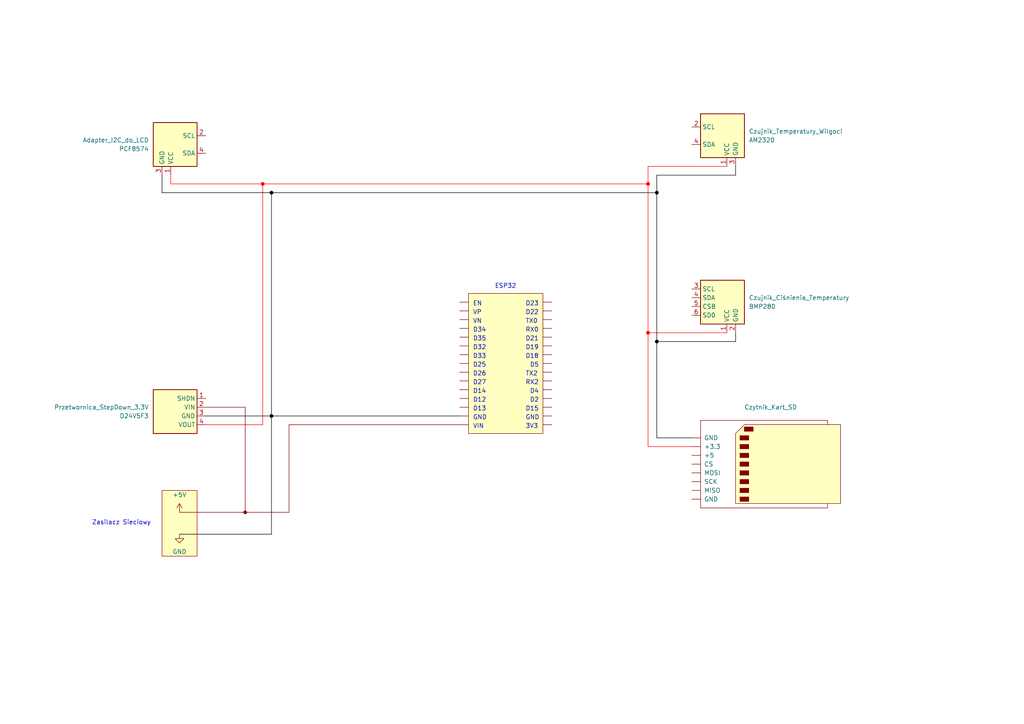
<source format=kicad_sch>
(kicad_sch (version 20230121) (generator eeschema)
  (paper "A4")
  (lib_symbols
    (symbol "BMP280_1"
      (property "Reference" "Czujnik_Temperatury_Wilgoci" (at 6.35 2.54 0))
      (property "Value" "AM2320" (at 6.35 0 0))
      (symbol "BMP280_1_0_1"
        (rectangle (start -7.62 7.62) (end 5.08 -5.08) (stroke (width 0.254)) (fill (type background)))
      )
      (symbol "BMP280_1_1_1"
        (pin power_in line (at 0 -7.62 90) (length 2.54) (name "VCC") (number "1"))
        (pin input line (at -10.16 3.81 0) (length 2.54) (name "SCL") (number "2"))
        (pin power_in line (at 2.54 -7.62 90) (length 2.54) (name "GND") (number "3"))
        (pin bidirectional line (at -10.16 -1.27 0) (length 2.54) (name "SDA") (number "4"))
      )
    )
    (symbol "BMP280_2"
      (property "Value" "D24V5F3" (at 6.35 1.27 0))
      (symbol "BMP280_2_0_1"
        (rectangle (start -7.62 7.62) (end 5.08 -5.08) (stroke (width 0.254)) (fill (type background)))
      )
      (symbol "BMP280_2_1_1"
        (pin input line (at -10.16 5.08 0) (length 2.54) (name "SHDN") (number "1"))
        (pin power_in line (at -10.16 2.54 0) (length 2.54) (name "VIN") (number "2"))
        (pin power_in line (at -10.16 0 0) (length 2.54) (name "GND") (number "3"))
        (pin power_out line (at -10.16 -2.54 0) (length 2.54) (name "VOUT") (number "4"))
      )
    )
    (symbol "BMP280_3"
      (property "Reference" "Adapter_I2C_LCD" (at 6.35 2.54 0))
      (property "Value" "PCF8574" (at 6.35 0 0))
      (symbol "BMP280_3_0_1"
        (rectangle (start -7.62 7.62) (end 5.08 -5.08) (stroke (width 0.254)) (fill (type background)))
      )
      (symbol "BMP280_3_1_1"
        (pin power_in line (at 0 -7.62 90) (length 2.54) (name "VCC") (number "1"))
        (pin input line (at -10.16 3.81 0) (length 2.54) (name "SCL") (number "2"))
        (pin power_in line (at 2.54 -7.62 90) (length 2.54) (name "GND") (number "3"))
        (pin bidirectional line (at -10.16 -1.27 0) (length 2.54) (name "SDA") (number "4"))
      )
    )
    (symbol "Connector:SD_Card" (pin_numbers hide) (pin_names (offset 1.016))
      (property "Reference" "SD_Card_Reader" (at 0 16.51 0))
      (symbol "SD_Card_0_1"
        (rectangle (start -8.89 -9.525) (end -6.35 -10.795) (fill (type outline)))
        (rectangle (start -8.89 -6.985) (end -6.35 -8.255) (fill (type outline)))
        (rectangle (start -8.89 -4.445) (end -6.35 -5.715) (fill (type outline)))
        (rectangle (start -8.89 -1.905) (end -6.35 -3.175) (fill (type outline)))
        (rectangle (start -8.89 0.635) (end -6.35 -0.635) (fill (type outline)))
        (rectangle (start -8.89 3.175) (end -6.35 1.905) (fill (type outline)))
        (rectangle (start -8.89 5.715) (end -6.35 4.445) (fill (type outline)))
        (rectangle (start -8.89 8.255) (end -6.35 6.985) (fill (type outline)))
        (rectangle (start -7.62 10.795) (end -5.08 9.525) (fill (type outline)))
        (polyline (pts (xy -10.16 8.89) (xy -7.62 11.43) (xy 20.32 11.43) (xy 20.32 -11.43) (xy -10.16 -11.43) (xy -10.16 8.89)) (fill (type background)))
        (polyline (pts (xy 16.51 11.43) (xy 16.51 12.7) (xy -20.32 12.7) (xy -20.32 -12.7) (xy 16.51 -12.7) (xy 16.51 -11.43)))
      )
      (symbol "SD_Card_1_1"
        (pin power_in line (at -22.86 7.62 0) (length 2.54) (name "GND") (number "1"))
        (pin power_in line (at -22.86 5.08 0) (length 2.54) (name "+3.3") (number "2"))
        (pin power_in line (at -22.86 2.54 0) (length 2.54) (name "+5") (number "3"))
        (pin input line (at -22.86 0 0) (length 2.54) (name "CS") (number "4"))
        (pin input line (at -22.86 -2.54 0) (length 2.54) (name "MOSI") (number "5"))
        (pin input line (at -22.86 -5.08 0) (length 2.54) (name "SCK") (number "6"))
        (pin input line (at -22.86 -7.62 0) (length 2.54) (name "MISO") (number "7"))
        (pin power_in line (at -22.86 -10.16 0) (length 2.54) (name "GND") (number "8"))
      )
    )
    (symbol "Sensor_Pressure:BMP280"
      (property "Reference" "Czujnik_Ciśnienia_Temperatury" (at 6.35 2.54 0))
      (property "Value" "BMP280" (at 6.35 0 0))
      (symbol "BMP280_0_1"
        (rectangle (start -7.62 7.62) (end 5.08 -5.08) (stroke (width 0.254)) (fill (type background)))
      )
      (symbol "BMP280_1_1"
        (pin power_in line (at 0 -7.62 90) (length 2.54) (name "VCC") (number "1"))
        (pin power_in line (at 2.54 -7.62 90) (length 2.54) (name "GND") (number "2"))
        (pin input line (at -10.16 5.08 0) (length 2.54) (name "SCL") (number "3"))
        (pin bidirectional line (at -10.16 2.54 0) (length 2.54) (name "SDA") (number "4"))
        (pin bidirectional line (at -10.16 0 0) (length 2.54) (name "CSB") (number "5"))
        (pin input line (at -10.16 -2.54 0) (length 2.54) (name "SD0") (number "6"))
      )
    )
    (symbol "power:+5V" (power) (pin_names (offset 0))
      (property "Value" "+5V" (at 0 3.556 0))
      (symbol "+5V_0_1"
        (polyline (pts (xy -0.762 1.27) (xy 0 2.54)))
        (polyline (pts (xy 0 0) (xy 0 2.54)))
        (polyline (pts (xy 0 2.54) (xy 0.762 1.27)))
      )
      (symbol "+5V_1_1"
        (pin power_in line (at 0 0 90) (length 0) hide (name "+5V") (number "1"))
      )
    )
    (symbol "power:GND" (power) (pin_names (offset 0))
      (property "Value" "GND" (at 0 -3.81 0))
      (symbol "GND_0_1"
        (polyline (pts (xy 0 0) (xy 0 -1.27) (xy 1.27 -1.27) (xy 0 -2.54) (xy -1.27 -1.27) (xy 0 -1.27)))
      )
      (symbol "GND_1_1"
        (pin power_in line (at 0 0 270) (length 0) hide (name "GND") (number "1"))
      )
    )
  )
  (junction (at 78.74 55.88) (color 0 0 0 1))
  (junction (at 190.5 55.88) (color 0 0 0 1))
  (junction (at 71.12 148.59) (color 132 0 0 1))
  (junction (at 76.2 53.34) (color 255 0 0 1))
  (junction (at 187.96 96.52) (color 255 0 0 1))
  (junction (at 78.74 120.65) (color 0 0 0 1))
  (junction (at 187.96 53.34) (color 255 0 0 1))
  (junction (at 190.5 99.06) (color 0 0 0 1))
  (wire (pts (xy 190.5 99.06) (xy 213.36 99.06)) (stroke (width 0) (color 0 0 0 1)))
  (wire (pts (xy 135.89 118.11) (xy 133.35 118.11)) (stroke (width 0) (color 132 0 0 1)))
  (wire (pts (xy 71.12 118.11) (xy 59.69 118.11)) (stroke (width 0) (color 132 0 0 1)))
  (wire (pts (xy 160.02 118.11) (xy 157.48 118.11)) (stroke (width 0) (color 132 0 0 1)))
  (wire (pts (xy 213.36 99.06) (xy 213.36 96.52)) (stroke (width 0) (color 0 0 0 1)))
  (wire (pts (xy 83.82 123.19) (xy 135.89 123.19)) (stroke (width 0) (color 132 0 0 1)))
  (wire (pts (xy 160.02 123.19) (xy 157.48 123.19)) (stroke (width 0) (color 132 0 0 1)))
  (wire (pts (xy 187.96 53.34) (xy 187.96 48.26)) (stroke (width 0) (color 255 0 0 1)))
  (wire (pts (xy 187.96 48.26) (xy 210.82 48.26)) (stroke (width 0) (color 255 0 0 1)))
  (wire (pts (xy 78.74 120.65) (xy 133.35 120.65)) (stroke (width 0) (color 0 0 0 1)))
  (wire (pts (xy 160.02 107.95) (xy 157.48 107.95)) (stroke (width 0) (color 132 0 0 1)))
  (wire (pts (xy 160.02 105.41) (xy 157.48 105.41)) (stroke (width 0) (color 132 0 0 1)))
  (wire (pts (xy 71.12 148.59) (xy 83.82 148.59)) (stroke (width 0) (color 132 0 0 1)))
  (wire (pts (xy 190.5 50.8) (xy 190.5 55.88)) (stroke (width 0) (color 0 0 0 1)))
  (wire (pts (xy 135.89 115.57) (xy 133.35 115.57)) (stroke (width 0) (color 132 0 0 1)))
  (wire (pts (xy 135.89 97.79) (xy 133.35 97.79)) (stroke (width 0) (color 132 0 0 1)))
  (wire (pts (xy 49.53 50.8) (xy 49.53 53.34)) (stroke (width 0) (color 255 0 0 1)))
  (wire (pts (xy 135.89 110.49) (xy 133.35 110.49)) (stroke (width 0) (color 132 0 0 1)))
  (wire (pts (xy 135.89 107.95) (xy 133.35 107.95)) (stroke (width 0) (color 132 0 0 1)))
  (wire (pts (xy 71.12 118.11) (xy 71.12 148.59)) (stroke (width 0) (color 132 0 0 1)))
  (wire (pts (xy 78.74 154.94) (xy 78.74 120.65)) (stroke (width 0) (color 0 0 0 1)))
  (wire (pts (xy 135.89 120.65) (xy 133.35 120.65)) (stroke (width 0) (color 132 0 0 1)))
  (wire (pts (xy 190.5 55.88) (xy 190.5 99.06)) (stroke (width 0) (color 0 0 0 1)))
  (wire (pts (xy 160.02 115.57) (xy 157.48 115.57)) (stroke (width 0) (color 132 0 0 1)))
  (wire (pts (xy 160.02 110.49) (xy 157.48 110.49)) (stroke (width 0) (color 132 0 0 1)))
  (wire (pts (xy 46.99 55.88) (xy 46.99 50.8)) (stroke (width 0) (color 0 0 0 1)))
  (wire (pts (xy 187.96 96.52) (xy 187.96 129.54)) (stroke (width 0) (color 255 0 0 1)))
  (wire (pts (xy 160.02 97.79) (xy 157.48 97.79)) (stroke (width 0) (color 132 0 0 1)))
  (wire (pts (xy 78.74 55.88) (xy 78.74 120.65)) (stroke (width 0) (color 0 0 0 1)))
  (wire (pts (xy 190.5 50.8) (xy 213.36 50.8)) (stroke (width 0) (color 0 0 0 1)))
  (wire (pts (xy 59.69 123.19) (xy 76.2 123.19)) (stroke (width 0) (color 255 0 0 1)))
  (wire (pts (xy 135.89 95.25) (xy 133.35 95.25)) (stroke (width 0) (color 132 0 0 1)))
  (wire (pts (xy 160.02 113.03) (xy 157.48 113.03)) (stroke (width 0) (color 132 0 0 1)))
  (wire (pts (xy 157.48 87.63) (xy 160.02 87.63)) (stroke (width 0) (color 132 0 0 1)))
  (wire (pts (xy 135.89 105.41) (xy 133.35 105.41)) (stroke (width 0) (color 132 0 0 1)))
  (wire (pts (xy 135.89 100.33) (xy 133.35 100.33)) (stroke (width 0) (color 132 0 0 1)))
  (wire (pts (xy 135.89 87.63) (xy 133.35 87.63)) (stroke (width 0) (color 132 0 0 1)))
  (wire (pts (xy 52.07 148.59) (xy 71.12 148.59)) (stroke (width 0) (color 132 0 0 1)))
  (wire (pts (xy 160.02 120.65) (xy 157.48 120.65)) (stroke (width 0) (color 132 0 0 1)))
  (wire (pts (xy 76.2 53.34) (xy 187.96 53.34)) (stroke (width 0) (color 255 0 0 1)))
  (wire (pts (xy 46.99 55.88) (xy 78.74 55.88)) (stroke (width 0) (color 0 0 0 1)))
  (wire (pts (xy 76.2 53.34) (xy 76.2 123.19)) (stroke (width 0) (color 255 0 0 1)))
  (wire (pts (xy 190.5 99.06) (xy 190.5 127)) (stroke (width 0) (color 0 0 0 1)))
  (wire (pts (xy 135.89 113.03) (xy 133.35 113.03)) (stroke (width 0) (color 132 0 0 1)))
  (wire (pts (xy 213.36 50.8) (xy 213.36 48.26)) (stroke (width 0) (color 0 0 0 1)))
  (wire (pts (xy 160.02 90.17) (xy 157.48 90.17)) (stroke (width 0) (color 132 0 0 1)))
  (wire (pts (xy 187.96 53.34) (xy 187.96 96.52)) (stroke (width 0) (color 255 0 0 1)))
  (wire (pts (xy 78.74 55.88) (xy 190.5 55.88)) (stroke (width 0) (color 0 0 0 1)))
  (wire (pts (xy 160.02 95.25) (xy 157.48 95.25)) (stroke (width 0) (color 132 0 0 1)))
  (wire (pts (xy 49.53 53.34) (xy 76.2 53.34)) (stroke (width 0) (color 255 0 0 1)))
  (wire (pts (xy 83.82 148.59) (xy 83.82 123.19)) (stroke (width 0) (color 132 0 0 1)))
  (wire (pts (xy 187.96 96.52) (xy 210.82 96.52)) (stroke (width 0) (color 255 0 0 1)))
  (wire (pts (xy 135.89 92.71) (xy 133.35 92.71)) (stroke (width 0) (color 132 0 0 1)))
  (wire (pts (xy 160.02 102.87) (xy 157.48 102.87)) (stroke (width 0) (color 132 0 0 1)))
  (wire (pts (xy 187.96 129.54) (xy 200.66 129.54)) (stroke (width 0) (color 255 0 0 1)))
  (wire (pts (xy 135.89 90.17) (xy 133.35 90.17)) (stroke (width 0) (color 132 0 0 1)))
  (wire (pts (xy 78.74 120.65) (xy 59.69 120.65)) (stroke (width 0) (color 0 0 0 1)))
  (wire (pts (xy 160.02 92.71) (xy 157.48 92.71)) (stroke (width 0) (color 132 0 0 1)))
  (wire (pts (xy 52.07 154.94) (xy 78.74 154.94)) (stroke (width 0) (color 0 0 0 1)))
  (wire (pts (xy 135.89 102.87) (xy 133.35 102.87)) (stroke (width 0) (color 132 0 0 1)))
  (wire (pts (xy 160.02 100.33) (xy 157.48 100.33)) (stroke (width 0) (color 132 0 0 1)))
  (wire (pts (xy 190.5 127) (xy 200.66 127)) (stroke (width 0) (color 0 0 0 1)))
  (rectangle (start 46.99 142.24) (end 57.15 161.29) (stroke (width 0) (color 132 0 0 1)) (fill (type color) (color 255 255 194 1)))
  (rectangle (start 135.89 85.09) (end 157.48 125.73) (stroke (width 0) (color 132 0 0 1)) (fill (type color) (color 255 255 194 1)))
  (text "3V3" (at 152.4 124.46 0) (effects (font (size 1.27 1.27)) (justify left bottom)))
  (text "D27" (at 137.16 111.76 0) (effects (font (size 1.27 1.27)) (justify left bottom)))
  (text "RX0" (at 152.4 96.52 0) (effects (font (size 1.27 1.27)) (justify left bottom)))
  (text "D34" (at 137.16 96.52 0) (effects (font (size 1.27 1.27)) (justify left bottom)))
  (text "TX2" (at 152.4 109.22 0) (effects (font (size 1.27 1.27)) (justify left bottom)))
  (text "TX0" (at 152.4 93.98 0) (effects (font (size 1.27 1.27)) (justify left bottom)))
  (text "D13" (at 137.16 119.38 0) (effects (font (size 1.27 1.27)) (justify left bottom)))
  (text "D5" (at 153.67 106.68 0) (effects (font (size 1.27 1.27)) (justify left bottom)))
  (text "D21" (at 152.4 99.06 0) (effects (font (size 1.27 1.27)) (justify left bottom)))
  (text "GND" (at 152.4 121.92 0) (effects (font (size 1.27 1.27)) (justify left bottom)))
  (text "D4" (at 153.67 114.3 0) (effects (font (size 1.27 1.27)) (justify left bottom)))
  (text "ESP32" (at 143.51 83.82 0) (effects (font (size 1.27 1.27)) (justify left bottom)))
  (text "D33" (at 137.16 104.14 0) (effects (font (size 1.27 1.27)) (justify left bottom)))
  (text "Zasilacz Sieciowy" (at 26.67 152.4 0) (effects (font (size 1.27 1.27)) (justify left bottom)))
  (text "D12" (at 137.16 116.84 0) (effects (font (size 1.27 1.27)) (justify left bottom)))
  (text "D23" (at 152.4 88.9 0) (effects (font (size 1.27 1.27)) (justify left bottom)))
  (text "VIN" (at 137.16 124.46 0) (effects (font (size 1.27 1.27)) (justify left bottom)))
  (text "EN" (at 137.16 88.9 0) (effects (font (size 1.27 1.27)) (justify left bottom)))
  (text "D26" (at 137.16 109.22 0) (effects (font (size 1.27 1.27)) (justify left bottom)))
  (text "D32" (at 137.16 101.6 0) (effects (font (size 1.27 1.27)) (justify left bottom)))
  (text "GND" (at 137.16 121.92 0) (effects (font (size 1.27 1.27)) (justify left bottom)))
  (text "D22" (at 152.4 91.44 0) (effects (font (size 1.27 1.27)) (justify left bottom)))
  (text "VP" (at 137.16 91.44 0) (effects (font (size 1.27 1.27)) (justify left bottom)))
  (text "D19" (at 152.4 101.6 0) (effects (font (size 1.27 1.27)) (justify left bottom)))
  (text "D15" (at 152.4 119.38 0) (effects (font (size 1.27 1.27)) (justify left bottom)))
  (text "VN" (at 137.16 93.98 0) (effects (font (size 1.27 1.27)) (justify left bottom)))
  (text "D25" (at 137.16 106.68 0) (effects (font (size 1.27 1.27)) (justify left bottom)))
  (text "D14" (at 137.16 114.3 0) (effects (font (size 1.27 1.27)) (justify left bottom)))
  (text "D2" (at 153.67 116.84 0) (effects (font (size 1.27 1.27)) (justify left bottom)))
  (text "RX2" (at 152.4 111.76 0) (effects (font (size 1.27 1.27)) (justify left bottom)))
  (text "D18" (at 152.4 104.14 0) (effects (font (size 1.27 1.27)) (justify left bottom)))
  (text "D35" (at 137.16 99.06 0) (effects (font (size 1.27 1.27)) (justify left bottom)))
  (symbol (lib_name "BMP280_2") (lib_id "Sensor_Pressure:BMP280") (at 49.53 120.65 0) (mirror y) (unit 1)
    (property "Reference" "Przetwornica_StepDown_3.3V" (at 43.18 118.11 0) (effects (justify left)))
    (property "Value" "D24V5F3" (at 43.18 120.65 0) (effects (justify left)))
    (property "Footprint" "Package_LGA:Bosch_LGA-8_2x2.5mm_P0.65mm_ClockwisePinNumbering" (effects hide))
    (property "Datasheet" "https://ae-bst.resource.bosch.com/media/_tech/media/datasheets/BST-BMP280-DS001.pdf" (effects hide))
  )
  (symbol (lib_name "BMP280_3") (lib_id "Sensor_Pressure:BMP280") (at 49.53 43.18 0) (mirror y) (unit 1)
    (property "Reference" "Adapter_I2C_do_LCD" (at 43.18 40.64 0) (effects (justify left)))
    (property "Value" "PCF8574" (at 43.18 43.18 0) (effects (justify left)))
    (property "Footprint" "Package_LGA:Bosch_LGA-8_2x2.5mm_P0.65mm_ClockwisePinNumbering" (effects hide))
    (property "Datasheet" "https://ae-bst.resource.bosch.com/media/_tech/media/datasheets/BST-BMP280-DS001.pdf" (effects hide))
  )
  (symbol (lib_id "Connector:SD_Card") (at 223.52 134.62 0) (unit 1)
    (property "Reference" "Czytnik_Kart_SD" (at 223.52 118.11 0))
    (property "Value" "SD_Card" (effects hide))
    (property "Datasheet" "http://portal.fciconnect.com/Comergent//fci/drawing/10067847.pdf" (effects hide))
  )
  (symbol (lib_id "Sensor_Pressure:BMP280") (at 210.82 88.9 0) (unit 1)
    (property "Reference" "Czujnik_Ciśnienia_Temperatury" (at 217.17 86.36 0) (effects (justify left)))
    (property "Value" "BMP280" (at 217.17 88.9 0) (effects (justify left)))
    (property "Footprint" "Package_LGA:Bosch_LGA-8_2x2.5mm_P0.65mm_ClockwisePinNumbering" (effects hide))
    (property "Datasheet" "https://ae-bst.resource.bosch.com/media/_tech/media/datasheets/BST-BMP280-DS001.pdf" (effects hide))
  )
  (symbol (lib_id "power:GND") (at 52.07 154.94 0) (unit 1)
    (property "Reference" "#PWR02" (effects hide))
    (property "Value" "GND" (at 52.07 160.02 0))
  )
  (symbol (lib_name "BMP280_1") (lib_id "Sensor_Pressure:BMP280") (at 210.82 40.64 0) (unit 1)
    (property "Reference" "Czujnik_Temperatury_Wilgoci" (at 217.17 38.1 0) (effects (justify left)))
    (property "Value" "AM2320" (at 217.17 40.64 0) (effects (justify left)))
    (property "Footprint" "Package_LGA:Bosch_LGA-8_2x2.5mm_P0.65mm_ClockwisePinNumbering" (effects hide))
    (property "Datasheet" "https://ae-bst.resource.bosch.com/media/_tech/media/datasheets/BST-BMP280-DS001.pdf" (effects hide))
  )
  (symbol (lib_id "power:+5V") (at 52.07 148.59 0) (unit 1)
    (property "Reference" "#PWR01" (effects hide))
    (property "Value" "+5V" (at 52.07 143.51 0))
  )
)
</source>
